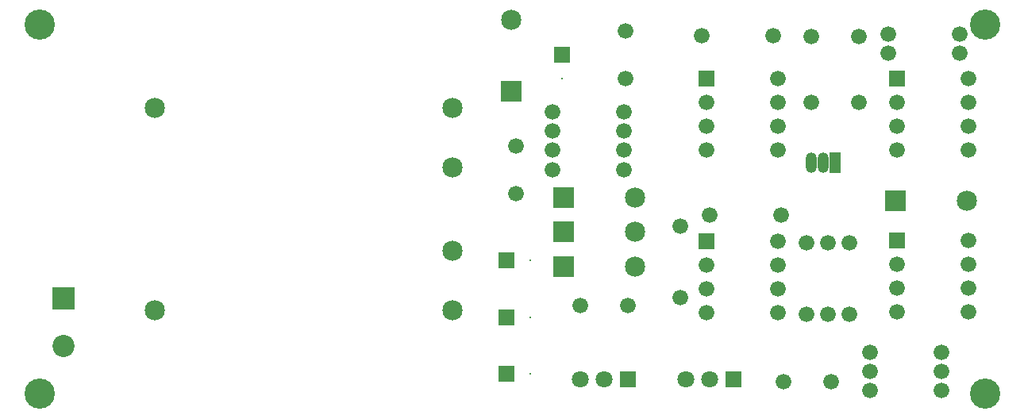
<source format=gbs>
G04 Layer_Color=16711935*
%FSLAX25Y25*%
%MOIN*%
G70*
G01*
G75*
%ADD19R,0.08500X0.08500*%
%ADD20C,0.08500*%
%ADD31C,0.12700*%
%ADD32C,0.06600*%
%ADD33R,0.06600X0.06600*%
%ADD34R,0.06600X0.06600*%
%ADD35R,0.08500X0.08500*%
%ADD36R,0.09300X0.09300*%
%ADD37C,0.09300*%
%ADD38O,0.04737X0.08674*%
%ADD39R,0.04737X0.08674*%
%ADD40C,0.07099*%
%ADD41R,0.07099X0.07099*%
%ADD42C,0.00800*%
D19*
X308012Y237000D02*
D03*
D20*
X283500Y230000D02*
D03*
Y205000D02*
D03*
Y170000D02*
D03*
Y145000D02*
D03*
X158500Y230000D02*
D03*
Y145000D02*
D03*
X499500Y191000D02*
D03*
X360000Y178000D02*
D03*
Y192500D02*
D03*
Y163500D02*
D03*
X308012Y267000D02*
D03*
D31*
X507000Y110000D02*
D03*
Y265000D02*
D03*
X110000Y110000D02*
D03*
Y265000D02*
D03*
D32*
X388000Y260500D02*
D03*
X418000D02*
D03*
X466300Y261000D02*
D03*
X496300D02*
D03*
X356000Y262500D02*
D03*
Y242500D02*
D03*
X434000Y260000D02*
D03*
X454000D02*
D03*
X434000Y232500D02*
D03*
X454000D02*
D03*
X442500Y115000D02*
D03*
X422500D02*
D03*
X310000Y194000D02*
D03*
Y214000D02*
D03*
X337000Y147000D02*
D03*
X357000D02*
D03*
X458800Y111300D02*
D03*
X488800D02*
D03*
X355500Y228500D02*
D03*
X325500D02*
D03*
X466300Y253000D02*
D03*
X496300D02*
D03*
X458800Y119300D02*
D03*
X488800D02*
D03*
X355500Y220500D02*
D03*
X325500D02*
D03*
Y212500D02*
D03*
X355500D02*
D03*
X441000Y143500D02*
D03*
Y173500D02*
D03*
X488800Y127300D02*
D03*
X458800D02*
D03*
X379000Y150500D02*
D03*
Y180500D02*
D03*
X325500Y204000D02*
D03*
X355500D02*
D03*
X432000Y143500D02*
D03*
Y173500D02*
D03*
X450000Y143500D02*
D03*
Y173500D02*
D03*
X421500Y185000D02*
D03*
X391500D02*
D03*
X390000Y232500D02*
D03*
Y222500D02*
D03*
Y212500D02*
D03*
X420000Y242500D02*
D03*
Y232500D02*
D03*
Y222500D02*
D03*
Y212500D02*
D03*
X470000Y232500D02*
D03*
Y222500D02*
D03*
Y212500D02*
D03*
X500000Y242500D02*
D03*
Y232500D02*
D03*
Y222500D02*
D03*
Y212500D02*
D03*
X470000Y164500D02*
D03*
Y154500D02*
D03*
Y144500D02*
D03*
X500000Y174500D02*
D03*
Y164500D02*
D03*
Y154500D02*
D03*
Y144500D02*
D03*
X390000Y164000D02*
D03*
Y154000D02*
D03*
Y144000D02*
D03*
X420000Y174000D02*
D03*
Y164000D02*
D03*
Y154000D02*
D03*
Y144000D02*
D03*
D33*
X329500Y252500D02*
D03*
D34*
X306000Y118500D02*
D03*
Y142250D02*
D03*
Y166000D02*
D03*
X390000Y242500D02*
D03*
X470000D02*
D03*
Y174500D02*
D03*
X390000Y174000D02*
D03*
D35*
X469500Y191000D02*
D03*
X330000Y178000D02*
D03*
Y192500D02*
D03*
Y163500D02*
D03*
D36*
X120000Y150000D02*
D03*
D37*
Y130000D02*
D03*
D38*
X434000Y207000D02*
D03*
X439000D02*
D03*
D39*
X444000D02*
D03*
D40*
X381500Y116000D02*
D03*
X391500D02*
D03*
X337000D02*
D03*
X347000D02*
D03*
D41*
X401500D02*
D03*
X357000D02*
D03*
D42*
X329500Y242500D02*
D03*
X316000Y118500D02*
D03*
Y142250D02*
D03*
Y166000D02*
D03*
M02*

</source>
